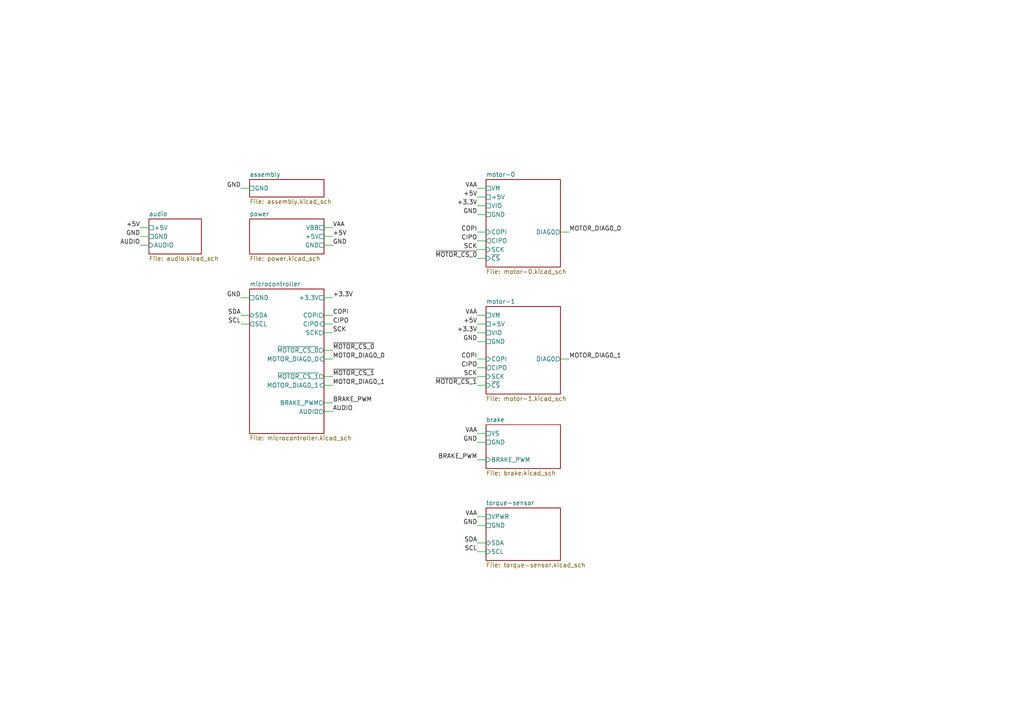
<source format=kicad_sch>
(kicad_sch (version 20230121) (generator eeschema)
  (paper "A4")
  (title_block (title "mouse-joystick-pcb") (date "2024-10-11") (rev "1.0") (company "Peter Polidoro"))
  (lib_symbols)
  (wire (pts (xy 96.52 86.36) (xy 93.98 86.36)))
  (wire (pts (xy 138.43 69.85) (xy 140.97 69.85)))
  (wire (pts (xy 138.43 91.44) (xy 140.97 91.44)))
  (wire (pts (xy 138.43 109.22) (xy 140.97 109.22)))
  (wire (pts (xy 165.1 67.31) (xy 162.56 67.31)))
  (wire (pts (xy 69.85 93.98) (xy 72.39 93.98)))
  (wire (pts (xy 138.43 54.61) (xy 140.97 54.61)))
  (wire (pts (xy 138.43 59.69) (xy 140.97 59.69)))
  (wire (pts (xy 138.43 149.86) (xy 140.97 149.86)))
  (wire (pts (xy 138.43 111.76) (xy 140.97 111.76)))
  (wire (pts (xy 138.43 133.35) (xy 140.97 133.35)))
  (wire (pts (xy 40.64 71.12) (xy 43.18 71.12)))
  (wire (pts (xy 96.52 104.14) (xy 93.98 104.14)))
  (wire (pts (xy 96.52 96.52) (xy 93.98 96.52)))
  (wire (pts (xy 138.43 104.14) (xy 140.97 104.14)))
  (wire (pts (xy 96.52 111.76) (xy 93.98 111.76)))
  (wire (pts (xy 96.52 68.58) (xy 93.98 68.58)))
  (wire (pts (xy 69.85 54.61) (xy 72.39 54.61)))
  (wire (pts (xy 165.1 104.14) (xy 162.56 104.14)))
  (wire (pts (xy 96.52 66.04) (xy 93.98 66.04)))
  (wire (pts (xy 138.43 96.52) (xy 140.97 96.52)))
  (wire (pts (xy 138.43 160.02) (xy 140.97 160.02)))
  (wire (pts (xy 96.52 119.38) (xy 93.98 119.38)))
  (wire (pts (xy 96.52 71.12) (xy 93.98 71.12)))
  (wire (pts (xy 40.64 66.04) (xy 43.18 66.04)))
  (wire (pts (xy 138.43 99.06) (xy 140.97 99.06)))
  (wire (pts (xy 138.43 157.48) (xy 140.97 157.48)))
  (wire (pts (xy 96.52 109.22) (xy 93.98 109.22)))
  (wire (pts (xy 138.43 74.93) (xy 140.97 74.93)))
  (wire (pts (xy 138.43 67.31) (xy 140.97 67.31)))
  (wire (pts (xy 69.85 91.44) (xy 72.39 91.44)))
  (wire (pts (xy 138.43 72.39) (xy 140.97 72.39)))
  (wire (pts (xy 138.43 106.68) (xy 140.97 106.68)))
  (wire (pts (xy 138.43 93.98) (xy 140.97 93.98)))
  (wire (pts (xy 96.52 93.98) (xy 93.98 93.98)))
  (wire (pts (xy 40.64 68.58) (xy 43.18 68.58)))
  (wire (pts (xy 138.43 125.73) (xy 140.97 125.73)))
  (wire (pts (xy 138.43 62.23) (xy 140.97 62.23)))
  (wire (pts (xy 138.43 128.27) (xy 140.97 128.27)))
  (wire (pts (xy 96.52 101.6) (xy 93.98 101.6)))
  (wire (pts (xy 96.52 116.84) (xy 93.98 116.84)))
  (wire (pts (xy 69.85 86.36) (xy 72.39 86.36)))
  (wire (pts (xy 96.52 91.44) (xy 93.98 91.44)))
  (wire (pts (xy 138.43 152.4) (xy 140.97 152.4)))
  (wire (pts (xy 138.43 57.15) (xy 140.97 57.15)))
  (label "~{MOTOR_CS_1}" (at 96.52 109.22 0))
  (label "CIPO" (at 138.43 106.68 180))
  (label "COPI" (at 96.52 91.44 0))
  (label "+3.3V" (at 138.43 59.69 180))
  (label "+3.3V" (at 96.52 86.36 0))
  (label "MOTOR_DIAG0_1" (at 96.52 111.76 0))
  (label "SCK" (at 96.52 96.52 0))
  (label "~{MOTOR_CS_0}" (at 138.43 74.93 180))
  (label "VAA" (at 138.43 125.73 180))
  (label "+5V" (at 138.43 93.98 180))
  (label "SDA" (at 69.85 91.44 180))
  (label "MOTOR_DIAG0_1" (at 165.1 104.14 0))
  (label "COPI" (at 138.43 104.14 180))
  (label "BRAKE_PWM" (at 138.43 133.35 180))
  (label "MOTOR_DIAG0_0" (at 165.1 67.31 0))
  (label "GND" (at 138.43 99.06 180))
  (label "SDA" (at 138.43 157.48 180))
  (label "~{MOTOR_CS_0}" (at 96.52 101.6 0))
  (label "SCL" (at 69.85 93.98 180))
  (label "COPI" (at 138.43 67.31 180))
  (label "GND" (at 138.43 128.27 180))
  (label "BRAKE_PWM" (at 96.52 116.84 0))
  (label "GND" (at 138.43 152.4 180))
  (label "SCK" (at 138.43 109.22 180))
  (label "CIPO" (at 96.52 93.98 0))
  (label "AUDIO" (at 40.64 71.12 180))
  (label "GND" (at 96.52 71.12 0))
  (label "GND" (at 69.85 54.61 180))
  (label "GND" (at 138.43 62.23 180))
  (label "AUDIO" (at 96.52 119.38 0))
  (label "+3.3V" (at 138.43 96.52 180))
  (label "+5V" (at 138.43 57.15 180))
  (label "VAA" (at 96.52 66.04 0))
  (label "+5V" (at 96.52 68.58 0))
  (label "+5V" (at 40.64 66.04 180))
  (label "MOTOR_DIAG0_0" (at 96.52 104.14 0))
  (label "~{MOTOR_CS_1}" (at 138.43 111.76 180))
  (label "VAA" (at 138.43 91.44 180))
  (label "CIPO" (at 138.43 69.85 180))
  (label "VAA" (at 138.43 149.86 180))
  (label "SCL" (at 138.43 160.02 180))
  (label "GND" (at 40.64 68.58 180))
  (label "VAA" (at 138.43 54.61 180))
  (label "GND" (at 69.85 86.36 180))
  (label "SCK" (at 138.43 72.39 180))
  (sheet (at 72.39 52.07) (size 21.59 5.08) (stroke (width 0.1524))
    (property "Sheetname" "assembly" (at 72.39 51.3584 0) (effects (justify left bottom)))
    (property "Sheetfile" "assembly.kicad_sch" (at 72.39 57.7346 0) (effects (justify left top)))
    (pin "GND" passive (at 72.39 54.61 180))
  )
  (sheet (at 140.97 88.9) (size 21.59 25.4) (stroke (width 0.1524))
    (property "Sheetname" "motor-1" (at 140.97 88.1884 0) (effects (justify left bottom)))
    (property "Sheetfile" "motor-1.kicad_sch" (at 140.97 114.8846 0) (effects (justify left top)))
    (pin "GND" passive (at 140.97 99.06 180))
    (pin "VM" passive (at 140.97 91.44 180))
    (pin "+5V" passive (at 140.97 93.98 180))
    (pin "~{CS}" input (at 140.97 111.76 180))
    (pin "SCK" input (at 140.97 109.22 180))
    (pin "COPI" input (at 140.97 104.14 180))
    (pin "CIPO" output (at 140.97 106.68 180))
    (pin "DIAG0" output (at 162.56 104.14 0))
    (pin "VIO" passive (at 140.97 96.52 180))
  )
  (sheet (at 43.18 63.5) (size 15.24 10.16) (stroke (width 0.1524))
    (property "Sheetname" "audio" (at 43.18 62.7884 0) (effects (justify left bottom)))
    (property "Sheetfile" "audio.kicad_sch" (at 43.18 74.2446 0) (effects (justify left top)))
    (pin "AUDIO" input (at 43.18 71.12 180))
    (pin "GND" passive (at 43.18 68.58 180))
    (pin "+5V" passive (at 43.18 66.04 180))
  )
  (sheet (at 140.97 147.32) (size 21.59 15.24) (stroke (width 0.1524))
    (property "Sheetname" "torque-sensor" (at 140.97 146.6084 0) (effects (justify left bottom)))
    (property "Sheetfile" "torque-sensor.kicad_sch" (at 140.97 163.1446 0) (effects (justify left top)))
    (pin "SCL" input (at 140.97 160.02 180))
    (pin "SDA" bidirectional (at 140.97 157.48 180))
    (pin "GND" passive (at 140.97 152.4 180))
    (pin "VPWR" passive (at 140.97 149.86 180))
  )
  (sheet (at 140.97 52.07) (size 21.59 25.4) (stroke (width 0.1524))
    (property "Sheetname" "motor-0" (at 140.97 51.3584 0) (effects (justify left bottom)))
    (property "Sheetfile" "motor-0.kicad_sch" (at 140.97 78.0546 0) (effects (justify left top)))
    (pin "GND" passive (at 140.97 62.23 180))
    (pin "VM" passive (at 140.97 54.61 180))
    (pin "+5V" passive (at 140.97 57.15 180))
    (pin "~{CS}" input (at 140.97 74.93 180))
    (pin "SCK" input (at 140.97 72.39 180))
    (pin "COPI" input (at 140.97 67.31 180))
    (pin "CIPO" output (at 140.97 69.85 180))
    (pin "DIAG0" output (at 162.56 67.31 0))
    (pin "VIO" passive (at 140.97 59.69 180))
  )
  (sheet (at 72.39 83.82) (size 21.59 41.91) (stroke (width 0.1524))
    (property "Sheetname" "microcontroller" (at 72.39 83.1084 0) (effects (justify left bottom)))
    (property "Sheetfile" "microcontroller.kicad_sch" (at 72.39 126.3146 0) (effects (justify left top)))
    (pin "GND" passive (at 72.39 86.36 180))
    (pin "+3.3V" passive (at 93.98 86.36 0))
    (pin "COPI" output (at 93.98 91.44 0))
    (pin "CIPO" input (at 93.98 93.98 0))
    (pin "SCK" output (at 93.98 96.52 0))
    (pin "~{MOTOR_CS_0}" output (at 93.98 101.6 0))
    (pin "MOTOR_DIAG0_0" input (at 93.98 104.14 0))
    (pin "~{MOTOR_CS_1}" output (at 93.98 109.22 0))
    (pin "MOTOR_DIAG0_1" input (at 93.98 111.76 0))
    (pin "BRAKE_PWM" output (at 93.98 116.84 0))
    (pin "AUDIO" output (at 93.98 119.38 0))
    (pin "SDA" bidirectional (at 72.39 91.44 180))
    (pin "SCL" output (at 72.39 93.98 180))
  )
  (sheet (at 72.39 63.5) (size 21.59 10.16) (stroke (width 0.1524))
    (property "Sheetname" "power" (at 72.39 62.7884 0) (effects (justify left bottom)))
    (property "Sheetfile" "power.kicad_sch" (at 72.39 74.2446 0) (effects (justify left top)))
    (pin "VBB" passive (at 93.98 66.04 0))
    (pin "+5V" passive (at 93.98 68.58 0))
    (pin "GND" passive (at 93.98 71.12 0))
  )
  (sheet (at 140.97 123.19) (size 21.59 12.7) (stroke (width 0.1524))
    (property "Sheetname" "brake" (at 140.97 122.4784 0) (effects (justify left bottom)))
    (property "Sheetfile" "brake.kicad_sch" (at 140.97 136.4746 0) (effects (justify left top)))
    (pin "VS" passive (at 140.97 125.73 180))
    (pin "GND" passive (at 140.97 128.27 180))
    (pin "BRAKE_PWM" input (at 140.97 133.35 180))
  )
)
</source>
